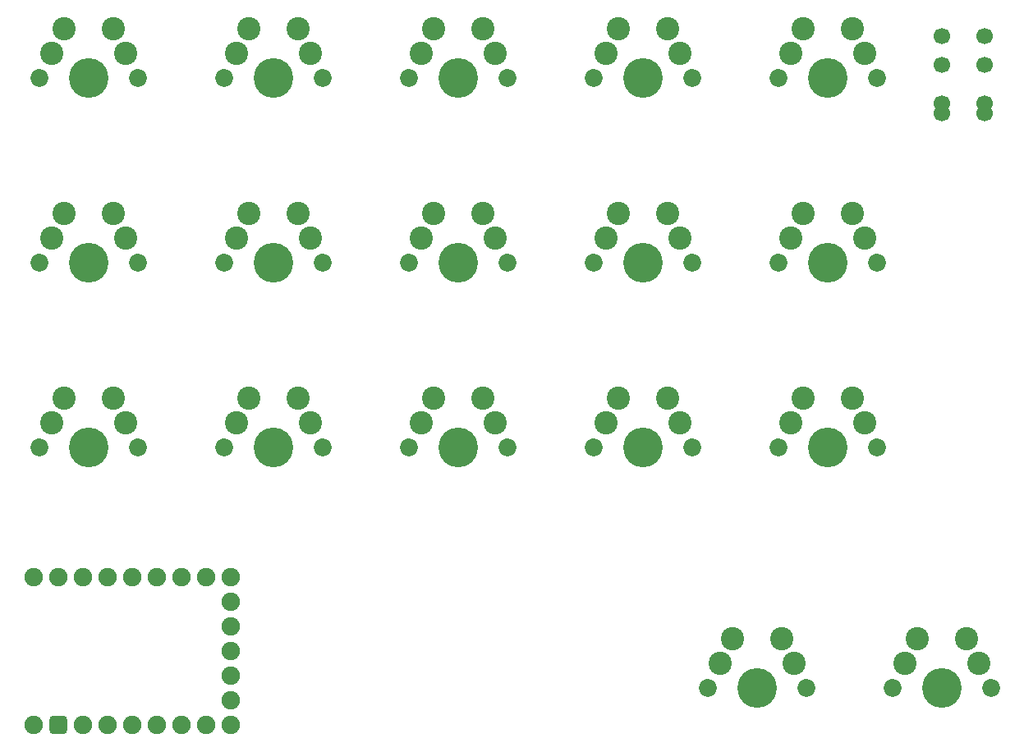
<source format=gbs>
%TF.GenerationSoftware,KiCad,Pcbnew,8.0.7*%
%TF.CreationDate,2025-01-05T02:21:24-08:00*%
%TF.ProjectId,risha,72697368-612e-46b6-9963-61645f706362,v1.0.0*%
%TF.SameCoordinates,Original*%
%TF.FileFunction,Soldermask,Bot*%
%TF.FilePolarity,Negative*%
%FSLAX46Y46*%
G04 Gerber Fmt 4.6, Leading zero omitted, Abs format (unit mm)*
G04 Created by KiCad (PCBNEW 8.0.7) date 2025-01-05 02:21:24*
%MOMM*%
%LPD*%
G01*
G04 APERTURE LIST*
G04 Aperture macros list*
%AMRoundRect*
0 Rectangle with rounded corners*
0 $1 Rounding radius*
0 $2 $3 $4 $5 $6 $7 $8 $9 X,Y pos of 4 corners*
0 Add a 4 corners polygon primitive as box body*
4,1,4,$2,$3,$4,$5,$6,$7,$8,$9,$2,$3,0*
0 Add four circle primitives for the rounded corners*
1,1,$1+$1,$2,$3*
1,1,$1+$1,$4,$5*
1,1,$1+$1,$6,$7*
1,1,$1+$1,$8,$9*
0 Add four rect primitives between the rounded corners*
20,1,$1+$1,$2,$3,$4,$5,0*
20,1,$1+$1,$4,$5,$6,$7,0*
20,1,$1+$1,$6,$7,$8,$9,0*
20,1,$1+$1,$8,$9,$2,$3,0*%
G04 Aperture macros list end*
%ADD10C,1.850000*%
%ADD11C,4.087800*%
%ADD12C,2.400000*%
%ADD13C,1.900000*%
%ADD14RoundRect,0.475000X0.475000X-0.475000X0.475000X0.475000X-0.475000X0.475000X-0.475000X-0.475000X0*%
%ADD15C,1.700000*%
G04 APERTURE END LIST*
D10*
%TO.C,MX8*%
X128270000Y-76200000D03*
D11*
X133350000Y-76200000D03*
D10*
X138430000Y-76200000D03*
D12*
X135890000Y-71120000D03*
X137160000Y-73660000D03*
X129540000Y-73660000D03*
X130810000Y-71120000D03*
%TD*%
D10*
%TO.C,MX17*%
X178120000Y-120015000D03*
D11*
X183200000Y-120015000D03*
D10*
X188280000Y-120015000D03*
D12*
X185740000Y-114935000D03*
X187010000Y-117475000D03*
X179390000Y-117475000D03*
X180660000Y-114935000D03*
%TD*%
D10*
%TO.C,MX4*%
X109220000Y-95250000D03*
D11*
X114300000Y-95250000D03*
D10*
X119380000Y-95250000D03*
D12*
X116840000Y-90170000D03*
X118110000Y-92710000D03*
X110490000Y-92710000D03*
X111760000Y-90170000D03*
%TD*%
D10*
%TO.C,MX10*%
X147320000Y-95250000D03*
D11*
X152400000Y-95250000D03*
D10*
X157480000Y-95250000D03*
D12*
X154940000Y-90170000D03*
X156210000Y-92710000D03*
X148590000Y-92710000D03*
X149860000Y-90170000D03*
%TD*%
D10*
%TO.C,MX3*%
X90170000Y-57150000D03*
D11*
X95250000Y-57150000D03*
D10*
X100330000Y-57150000D03*
D12*
X97790000Y-52070000D03*
X99060000Y-54610000D03*
X91440000Y-54610000D03*
X92710000Y-52070000D03*
%TD*%
D10*
%TO.C,MX12*%
X147320000Y-57150000D03*
D11*
X152400000Y-57150000D03*
D10*
X157480000Y-57150000D03*
D12*
X154940000Y-52070000D03*
X156210000Y-54610000D03*
X148590000Y-54610000D03*
X149860000Y-52070000D03*
%TD*%
D10*
%TO.C,MX14*%
X166370000Y-76200000D03*
D11*
X171450000Y-76200000D03*
D10*
X176530000Y-76200000D03*
D12*
X173990000Y-71120000D03*
X175260000Y-73660000D03*
X167640000Y-73660000D03*
X168910000Y-71120000D03*
%TD*%
D10*
%TO.C,MX9*%
X128270000Y-57150000D03*
D11*
X133350000Y-57150000D03*
D10*
X138430000Y-57150000D03*
D12*
X135890000Y-52070000D03*
X137160000Y-54610000D03*
X129540000Y-54610000D03*
X130810000Y-52070000D03*
%TD*%
D13*
%TO.C,U1*%
X89590000Y-123825000D03*
D14*
X92130000Y-123825000D03*
D13*
X94670000Y-123825000D03*
X97210000Y-123825000D03*
X99750000Y-123825000D03*
X102290000Y-123825000D03*
X104830000Y-123825000D03*
X107370000Y-123825000D03*
X109910000Y-123825000D03*
X89590000Y-108585000D03*
X92130000Y-108585000D03*
X94670000Y-108585000D03*
X97210000Y-108585000D03*
X99750000Y-108585000D03*
X102290000Y-108585000D03*
X104830000Y-108585000D03*
X107370000Y-108585000D03*
X109910000Y-108585000D03*
X109910000Y-121285000D03*
X109910000Y-118745000D03*
X109910000Y-116205000D03*
X109910000Y-113665000D03*
X109910000Y-111125000D03*
%TD*%
D10*
%TO.C,MX15*%
X166370000Y-57150000D03*
D11*
X171450000Y-57150000D03*
D10*
X176530000Y-57150000D03*
D12*
X173990000Y-52070000D03*
X175260000Y-54610000D03*
X167640000Y-54610000D03*
X168910000Y-52070000D03*
%TD*%
D10*
%TO.C,MX13*%
X166370000Y-95250000D03*
D11*
X171450000Y-95250000D03*
D10*
X176530000Y-95250000D03*
D12*
X173990000Y-90170000D03*
X175260000Y-92710000D03*
X167640000Y-92710000D03*
X168910000Y-90170000D03*
%TD*%
D10*
%TO.C,MX7*%
X128270000Y-95250000D03*
D11*
X133350000Y-95250000D03*
D10*
X138430000Y-95250000D03*
D12*
X135890000Y-90170000D03*
X137160000Y-92710000D03*
X129540000Y-92710000D03*
X130810000Y-90170000D03*
%TD*%
D10*
%TO.C,MX5*%
X109220000Y-76200000D03*
D11*
X114300000Y-76200000D03*
D10*
X119380000Y-76200000D03*
D12*
X116840000Y-71120000D03*
X118110000Y-73660000D03*
X110490000Y-73660000D03*
X111760000Y-71120000D03*
%TD*%
D10*
%TO.C,MX6*%
X109220000Y-57150000D03*
D11*
X114300000Y-57150000D03*
D10*
X119380000Y-57150000D03*
D12*
X116840000Y-52070000D03*
X118110000Y-54610000D03*
X110490000Y-54610000D03*
X111760000Y-52070000D03*
%TD*%
D10*
%TO.C,MX16*%
X159070000Y-120015000D03*
D11*
X164150000Y-120015000D03*
D10*
X169230000Y-120015000D03*
D12*
X166690000Y-114935000D03*
X167960000Y-117475000D03*
X160340000Y-117475000D03*
X161610000Y-114935000D03*
%TD*%
D10*
%TO.C,MX1*%
X90170000Y-95250000D03*
D11*
X95250000Y-95250000D03*
D10*
X100330000Y-95250000D03*
D12*
X97790000Y-90170000D03*
X99060000Y-92710000D03*
X91440000Y-92710000D03*
X92710000Y-90170000D03*
%TD*%
D15*
%TO.C,J1*%
X187642500Y-60775000D03*
X183242500Y-60775000D03*
X187642500Y-59775000D03*
X183242500Y-59775000D03*
X187642500Y-55775000D03*
X183242500Y-55775000D03*
X187642500Y-52775000D03*
X183242500Y-52775000D03*
%TD*%
D10*
%TO.C,MX2*%
X90170000Y-76200000D03*
D11*
X95250000Y-76200000D03*
D10*
X100330000Y-76200000D03*
D12*
X97790000Y-71120000D03*
X99060000Y-73660000D03*
X91440000Y-73660000D03*
X92710000Y-71120000D03*
%TD*%
D10*
%TO.C,MX11*%
X147320000Y-76200000D03*
D11*
X152400000Y-76200000D03*
D10*
X157480000Y-76200000D03*
D12*
X154940000Y-71120000D03*
X156210000Y-73660000D03*
X148590000Y-73660000D03*
X149860000Y-71120000D03*
%TD*%
M02*

</source>
